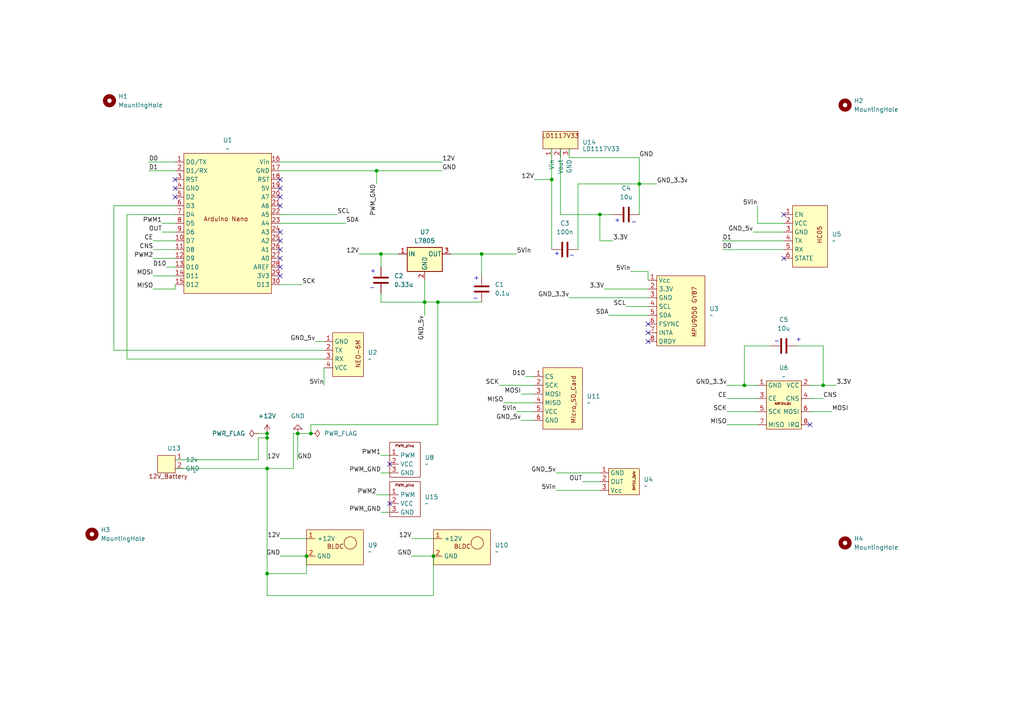
<source format=kicad_sch>
(kicad_sch (version 20231120) (generator "eeschema") (generator_version "8.0")
  (paper "A4")
  (lib_symbols
    (symbol "BLDC_Custom:BLDC_Custom"
      (property "Reference" "U" (at 0 0 0))
      (symbol "BLDC_Custom_1_1"
        (rectangle (start 0 6.35) (end 16.51 -3.81) (fill (type background)))
        (circle (center 12.7 2.54) (radius 1.7961))
        (text "BLDC" (at 8.382 1.524 0) (effects (font (size 1.27 1.27))))
        (pin bidirectional line (at 0 3.81 0) (length 2.54) (name "+12V") (number "1"))
        (pin bidirectional line (at 0 -1.27 0) (length 2.54) (name "GND") (number "2"))
      )
    )
    (symbol "Battery_12v:12v_battery"
      (property "Reference" "U" (at 0 0 0))
      (symbol "12v_battery_1_1"
        (rectangle (start -5.08 2.54) (end 0 -2.54) (fill (type background)))
        (text "12V_Battery" (at -2.032 -3.556 0) (effects (font (size 1.27 1.27))))
        (pin input line (at 0 1.27 0) (length 2.54) (name "12v") (number "1"))
        (pin input line (at 0 -1.27 0) (length 2.54) (name "GND") (number "2"))
      )
    )
    (symbol "DHT_3pin:DHT11_3pin"
      (property "Reference" "U" (at 0 0 0))
      (symbol "DHT11_3pin_1_1"
        (rectangle (start -5.08 2.54) (end 3.81 -5.08) (fill (type background)))
        (text "DHT11_3pin" (at 2.286 -1.016 900) (effects (font (size 0.635 0.635))))
        (pin bidirectional line (at -7.62 1.27 0) (length 2.54) (name "GND") (number "1"))
        (pin bidirectional line (at -7.62 -1.27 0) (length 2.54) (name "OUT") (number "2"))
        (pin bidirectional line (at -7.62 -3.81 0) (length 2.54) (name "Vcc") (number "3"))
      )
    )
    (symbol "Device:C" (pin_numbers hide) (pin_names (offset 0.254))
      (property "Reference" "C" (at 0.635 2.54 0))
      (property "Value" "C" (at 0.635 -2.54 0))
      (symbol "C_0_1"
        (polyline (pts (xy -2.032 -0.762) (xy 2.032 -0.762)) (stroke (width 0.508)))
        (polyline (pts (xy -2.032 0.762) (xy 2.032 0.762)) (stroke (width 0.508)))
      )
      (symbol "C_1_1"
        (pin passive line (at 0 3.81 270) (length 2.794) (name "~") (number "1"))
        (pin passive line (at 0 -3.81 90) (length 2.794) (name "~") (number "2"))
      )
    )
    (symbol "HC05:HC05"
      (property "Reference" "U" (at 0 0 0))
      (symbol "HC05_1_1"
        (rectangle (start 0 1.27) (end 10.16 -16.51) (fill (type background)))
        (text "HC05\n" (at 7.874 -7.112 900) (effects (font (size 1.27 1.27))))
        (pin bidirectional line (at -2.54 -1.27 0) (length 2.54) (name "EN") (number "1"))
        (pin bidirectional line (at -2.54 -3.81 0) (length 2.54) (name "VCC") (number "2"))
        (pin bidirectional line (at -2.54 -6.35 0) (length 2.54) (name "GND") (number "3"))
        (pin bidirectional line (at -2.54 -8.89 0) (length 2.54) (name "TX") (number "4"))
        (pin bidirectional line (at -2.54 -11.43 0) (length 2.54) (name "RX") (number "5"))
        (pin bidirectional line (at -2.54 -13.97 0) (length 2.54) (name "STATE") (number "6"))
      )
    )
    (symbol "LD117V33:LD1117V33"
      (property "Reference" "U" (at 0 0 0))
      (symbol "LD1117V33_1_1"
        (rectangle (start -3.81 5.08) (end 6.35 0) (fill (type background)))
        (text "LD1117V33\n" (at 1.27 3.81 0) (effects (font (size 1.27 1.27))))
        (pin bidirectional line (at -1.27 0 270) (length 2.54) (name "Vin") (number "1"))
        (pin bidirectional line (at 1.27 0 270) (length 2.54) (name "Vout") (number "2"))
        (pin bidirectional line (at 3.81 0 270) (length 2.54) (name "GND") (number "3"))
      )
    )
    (symbol "MPU9050:MPU9050"
      (property "Reference" "U" (at 0 0 0))
      (symbol "MPU9050_1_1"
        (rectangle (start 2.54 2.54) (end 16.51 -17.78) (fill (type background)))
        (text "MPU9050 GY87" (at 13.462 -7.874 900) (effects (font (size 1.27 1.27))))
        (pin bidirectional line (at 0 1.27 0) (length 2.54) (name "Vcc") (number "1"))
        (pin bidirectional line (at 0 -1.27 0) (length 2.54) (name "3.3V") (number "2"))
        (pin bidirectional line (at 0 -3.81 0) (length 2.54) (name "GND") (number "3"))
        (pin bidirectional line (at 0 -6.35 0) (length 2.54) (name "SCL") (number "4"))
        (pin bidirectional line (at 0 -8.89 0) (length 2.54) (name "SDA") (number "5"))
        (pin bidirectional line (at 0 -11.43 0) (length 2.54) (name "FSYNC") (number "6"))
        (pin bidirectional line (at 0 -13.97 0) (length 2.54) (name "INTA") (number "7"))
        (pin bidirectional line (at 0 -16.51 0) (length 2.54) (name "DRDY") (number "8"))
      )
    )
    (symbol "Mechanical:MountingHole" (pin_names (offset 1.016))
      (property "Reference" "H" (at 0 5.08 0))
      (property "Value" "MountingHole" (at 0 3.175 0))
      (symbol "MountingHole_0_1"
        (circle (center 0 0) (radius 1.27) (stroke (width 1.27)))
      )
    )
    (symbol "Micro_SD_Card_Arduino:Micro_SD_Card_Arduino"
      (property "Reference" "U" (at 0 0 0))
      (symbol "Micro_SD_Card_Arduino_1_1"
        (rectangle (start 2.54 3.81) (end 13.97 -13.97) (fill (type background)))
        (text "Micro_SD_Card" (at 11.43 -5.334 900) (effects (font (size 1.27 1.27))))
        (pin bidirectional line (at 0 1.27 0) (length 2.54) (name "CS") (number "1"))
        (pin bidirectional line (at 0 -1.27 0) (length 2.54) (name "SCK") (number "2"))
        (pin bidirectional line (at 0 -3.81 0) (length 2.54) (name "MOSI") (number "3"))
        (pin bidirectional line (at 0 -6.35 0) (length 2.54) (name "MISO") (number "4"))
        (pin bidirectional line (at 0 -8.89 0) (length 2.54) (name "VCC") (number "5"))
        (pin bidirectional line (at 0 -11.43 0) (length 2.54) (name "GND") (number "6"))
      )
    )
    (symbol "NEO_6M:NEO_6M"
      (property "Reference" "U" (at 0 0 0))
      (symbol "NEO_6M_1_1"
        (rectangle (start 2.54 3.81) (end 11.43 -8.89) (fill (type background)))
        (text "NEO-6M" (at 9.906 -2.286 900) (effects (font (size 1.27 1.27))))
        (pin bidirectional line (at 0 1.27 0) (length 2.54) (name "GND") (number "1"))
        (pin bidirectional line (at 0 -1.27 0) (length 2.54) (name "TX") (number "2"))
        (pin bidirectional line (at 0 -3.81 0) (length 2.54) (name "RX") (number "3"))
        (pin bidirectional line (at 0 -6.35 0) (length 2.54) (name "VCC") (number "4"))
      )
    )
    (symbol "NRF24L01_custom:NRF24L01_custom"
      (property "Reference" "U" (at 0 0 0))
      (symbol "NRF24L01_custom_1_1"
        (rectangle (start 1.27 2.54) (end 11.43 -11.43) (fill (type background)))
        (text "NRF24L01" (at 6.096 -4.064 0) (effects (font (size 0.635 0.635))))
        (pin bidirectional line (at -1.27 1.27 0) (length 2.54) (name "GND") (number "1"))
        (pin bidirectional line (at 13.97 1.27 180) (length 2.54) (name "VCC") (number "2"))
        (pin bidirectional line (at -1.27 -2.54 0) (length 2.54) (name "CE") (number "3"))
        (pin bidirectional line (at 13.97 -2.54 180) (length 2.54) (name "CNS") (number "4"))
        (pin bidirectional line (at -1.27 -6.35 0) (length 2.54) (name "SCK") (number "5"))
        (pin bidirectional line (at 13.97 -6.35 180) (length 2.54) (name "MOSI") (number "6"))
        (pin bidirectional line (at -1.27 -10.16 0) (length 2.54) (name "MISO") (number "7"))
        (pin bidirectional line (at 13.97 -10.16 180) (length 2.54) (name "IRQ") (number "8"))
      )
    )
    (symbol "PWM_Pins:PWM-3_Pins"
      (property "Reference" "U" (at 0 0 0))
      (symbol "PWM-3_Pins_0_1"
        (rectangle (start 0 11.43) (end 8.89 1.27))
      )
      (symbol "PWM-3_Pins_1_1"
        (text "PWM_pins\n" (at 4.318 10.414 0) (effects (font (size 0.762 0.762))))
        (pin bidirectional line (at 0 7.62 0) (length 2.54) (name "PWM") (number "1"))
        (pin bidirectional line (at 0 5.08 0) (length 2.54) (name "VCC") (number "2"))
        (pin bidirectional line (at 0 2.54 0) (length 2.54) (name "GND") (number "3"))
      )
    )
    (symbol "Regulator_Linear:L7805" (pin_names (offset 0.254))
      (property "Reference" "U" (at -3.81 3.175 0))
      (property "Value" "L7805" (at 0 3.175 0))
      (symbol "L7805_0_1"
        (rectangle (start -5.08 1.905) (end 5.08 -5.08) (stroke (width 0.254)) (fill (type background)))
      )
      (symbol "L7805_1_1"
        (pin power_in line (at -7.62 0 0) (length 2.54) (name "IN") (number "1"))
        (pin power_in line (at 0 -7.62 90) (length 2.54) (name "GND") (number "2"))
        (pin power_out line (at 7.62 0 180) (length 2.54) (name "OUT") (number "3"))
      )
    )
    (symbol "capstone_arduino_nano:Arduino_nano"
      (property "Reference" "U" (at 0 0 0))
      (symbol "Arduino_nano_1_1"
        (rectangle (start 0 6.35) (end 25.4 -34.29) (fill (type background)))
        (text "Arduino Nano\n" (at 12.192 -12.7 0) (effects (font (size 1.27 1.27))))
        (pin bidirectional line (at -2.54 3.81 0) (length 2.54) (name "D0/TX") (number "1"))
        (pin bidirectional line (at -2.54 -19.05 0) (length 2.54) (name "D7") (number "10"))
        (pin bidirectional line (at -2.54 -21.59 0) (length 2.54) (name "D8") (number "11"))
        (pin bidirectional line (at -2.54 -24.13 0) (length 2.54) (name "D9") (number "12"))
        (pin bidirectional line (at -2.54 -26.67 0) (length 2.54) (name "D10") (number "13"))
        (pin bidirectional line (at -2.54 -29.21 0) (length 2.54) (name "D11") (number "14"))
        (pin bidirectional line (at -2.54 -31.75 0) (length 2.54) (name "D12") (number "15"))
        (pin bidirectional line (at 27.94 3.81 180) (length 2.54) (name "Vin") (number "16"))
        (pin bidirectional line (at 27.94 1.27 180) (length 2.54) (name "GND") (number "17"))
        (pin bidirectional line (at 27.94 -1.27 180) (length 2.54) (name "RST") (number "18"))
        (pin bidirectional line (at 27.94 -3.81 180) (length 2.54) (name "5V") (number "19"))
        (pin bidirectional line (at -2.54 1.27 0) (length 2.54) (name "D1/RX") (number "2"))
        (pin bidirectional line (at 27.94 -6.35 180) (length 2.54) (name "A7") (number "20"))
        (pin bidirectional line (at 27.94 -8.89 180) (length 2.54) (name "A6") (number "21"))
        (pin bidirectional line (at 27.94 -11.43 180) (length 2.54) (name "A5") (number "22"))
        (pin bidirectional line (at 27.94 -13.97 180) (length 2.54) (name "A4") (number "23"))
        (pin bidirectional line (at 27.94 -16.51 180) (length 2.54) (name "A3") (number "24"))
        (pin bidirectional line (at 27.94 -19.05 180) (length 2.54) (name "A2") (number "25"))
        (pin bidirectional line (at 27.94 -21.59 180) (length 2.54) (name "A1") (number "26"))
        (pin bidirectional line (at 27.94 -24.13 180) (length 2.54) (name "A0") (number "27"))
        (pin bidirectional line (at 27.94 -26.67 180) (length 2.54) (name "AREF") (number "28"))
        (pin bidirectional line (at 27.94 -29.21 180) (length 2.54) (name "3V3") (number "29"))
        (pin bidirectional line (at -2.54 -1.27 0) (length 2.54) (name "RST") (number "3"))
        (pin bidirectional line (at 27.94 -31.75 180) (length 2.54) (name "D13") (number "30"))
        (pin bidirectional line (at -2.54 -3.81 0) (length 2.54) (name "GND") (number "4"))
        (pin bidirectional line (at -2.54 -6.35 0) (length 2.54) (name "D2") (number "5"))
        (pin bidirectional line (at -2.54 -8.89 0) (length 2.54) (name "D3") (number "6"))
        (pin bidirectional line (at -2.54 -11.43 0) (length 2.54) (name "D4") (number "7"))
        (pin bidirectional line (at -2.54 -13.97 0) (length 2.54) (name "D5") (number "8"))
        (pin bidirectional line (at -2.54 -16.51 0) (length 2.54) (name "D6") (number "9"))
      )
    )
    (symbol "power:+12V" (power) (pin_numbers hide) (pin_names (offset 0) hide)
      (property "Value" "+12V" (at 0 3.556 0))
      (symbol "+12V_0_1"
        (polyline (pts (xy -0.762 1.27) (xy 0 2.54)))
        (polyline (pts (xy 0 0) (xy 0 2.54)))
        (polyline (pts (xy 0 2.54) (xy 0.762 1.27)))
      )
      (symbol "+12V_1_1"
        (pin power_in line (at 0 0 90) (length 0) (name "~") (number "1"))
      )
    )
    (symbol "power:GND" (power) (pin_numbers hide) (pin_names (offset 0) hide)
      (property "Value" "GND" (at 0 -3.81 0))
      (symbol "GND_0_1"
        (polyline (pts (xy 0 0) (xy 0 -1.27) (xy 1.27 -1.27) (xy 0 -2.54) (xy -1.27 -1.27) (xy 0 -1.27)))
      )
      (symbol "GND_1_1"
        (pin power_in line (at 0 0 270) (length 0) (name "~") (number "1"))
      )
    )
    (symbol "power:PWR_FLAG" (power) (pin_numbers hide) (pin_names (offset 0) hide)
      (property "Value" "PWR_FLAG" (at 0 3.81 0))
      (symbol "PWR_FLAG_0_0"
        (pin power_out line (at 0 0 90) (length 0) (name "~") (number "1"))
      )
      (symbol "PWR_FLAG_0_1"
        (polyline (pts (xy 0 0) (xy 0 1.27) (xy -1.016 1.905) (xy 0 2.54) (xy 1.016 1.905) (xy 0 1.27)))
      )
    )
  )
  (junction (at 90.17 125.73))
  (junction (at 160.02 52.07))
  (junction (at 109.22 49.53))
  (junction (at 238.76 111.76))
  (junction (at 139.7 73.66))
  (junction (at 77.47 127))
  (junction (at 77.47 135.89))
  (junction (at 173.99 62.23))
  (junction (at 77.47 125.73))
  (junction (at 215.9 111.76))
  (junction (at 86.36 125.73))
  (junction (at 123.19 87.63))
  (junction (at 185.42 53.34))
  (junction (at 125.73 161.29))
  (junction (at 77.47 166.37))
  (junction (at 88.9 161.29))
  (junction (at 127 87.63))
  (junction (at 110.49 73.66))
  (no_connect (at 187.96 93.98))
  (no_connect (at 50.8 57.15))
  (no_connect (at 187.96 99.06))
  (no_connect (at 50.8 52.07))
  (no_connect (at 81.28 69.85))
  (no_connect (at 227.33 62.23))
  (no_connect (at 81.28 67.31))
  (no_connect (at 81.28 74.93))
  (no_connect (at 187.96 96.52))
  (no_connect (at 81.28 54.61))
  (no_connect (at 81.28 80.01))
  (no_connect (at 81.28 77.47))
  (no_connect (at 50.8 54.61))
  (no_connect (at 81.28 59.69))
  (no_connect (at 81.28 72.39))
  (no_connect (at 234.95 123.19))
  (no_connect (at 81.28 52.07))
  (no_connect (at 227.33 74.93))
  (no_connect (at 113.03 134.62))
  (no_connect (at 81.28 57.15))
  (no_connect (at 113.03 146.05))
  (wire (pts (xy 231.14 100.33) (xy 238.76 100.33)))
  (wire (pts (xy 74.93 127) (xy 77.47 127)))
  (wire (pts (xy 88.9 161.29) (xy 88.9 166.37)))
  (wire (pts (xy 77.47 125.73) (xy 77.47 127)))
  (wire (pts (xy 44.45 74.93) (xy 50.8 74.93)))
  (wire (pts (xy 74.93 125.73) (xy 77.47 125.73)))
  (wire (pts (xy 151.13 114.3) (xy 154.94 114.3)))
  (wire (pts (xy 43.18 49.53) (xy 50.8 49.53)))
  (wire (pts (xy 46.99 67.31) (xy 50.8 67.31)))
  (wire (pts (xy 238.76 100.33) (xy 238.76 111.76)))
  (wire (pts (xy 175.26 83.82) (xy 187.96 83.82)))
  (wire (pts (xy 176.53 91.44) (xy 187.96 91.44)))
  (wire (pts (xy 209.55 72.39) (xy 227.33 72.39)))
  (wire (pts (xy 167.64 53.34) (xy 185.42 53.34)))
  (wire (pts (xy 127 87.63) (xy 139.7 87.63)))
  (wire (pts (xy 74.93 133.35) (xy 74.93 127)))
  (wire (pts (xy 160.02 52.07) (xy 160.02 43.18)))
  (wire (pts (xy 109.22 143.51) (xy 113.03 143.51)))
  (wire (pts (xy 234.95 119.38) (xy 241.3 119.38)))
  (wire (pts (xy 165.1 45.72) (xy 165.1 43.18)))
  (wire (pts (xy 36.83 104.14) (xy 36.83 62.23)))
  (wire (pts (xy 46.99 64.77) (xy 50.8 64.77)))
  (wire (pts (xy 185.42 45.72) (xy 165.1 45.72)))
  (wire (pts (xy 215.9 111.76) (xy 219.71 111.76)))
  (wire (pts (xy 168.91 139.7) (xy 173.99 139.7)))
  (wire (pts (xy 151.13 121.92) (xy 154.94 121.92)))
  (wire (pts (xy 36.83 62.23) (xy 50.8 62.23)))
  (wire (pts (xy 44.45 83.82) (xy 50.8 83.82)))
  (wire (pts (xy 125.73 161.29) (xy 125.73 172.72)))
  (wire (pts (xy 90.17 123.19) (xy 127 123.19)))
  (wire (pts (xy 215.9 100.33) (xy 215.9 111.76)))
  (wire (pts (xy 123.19 87.63) (xy 123.19 81.28)))
  (wire (pts (xy 219.71 59.69) (xy 219.71 64.77)))
  (wire (pts (xy 43.18 46.99) (xy 50.8 46.99)))
  (wire (pts (xy 93.98 111.76) (xy 93.98 106.68)))
  (wire (pts (xy 123.19 87.63) (xy 127 87.63)))
  (wire (pts (xy 177.8 69.85) (xy 173.99 69.85)))
  (wire (pts (xy 125.73 172.72) (xy 77.47 172.72)))
  (wire (pts (xy 234.95 111.76) (xy 238.76 111.76)))
  (wire (pts (xy 93.98 101.6) (xy 33.02 101.6)))
  (wire (pts (xy 81.28 82.55) (xy 87.63 82.55)))
  (wire (pts (xy 185.42 53.34) (xy 190.5 53.34)))
  (wire (pts (xy 50.8 83.82) (xy 50.8 82.55)))
  (wire (pts (xy 130.81 73.66) (xy 139.7 73.66)))
  (wire (pts (xy 234.95 115.57) (xy 238.76 115.57)))
  (wire (pts (xy 50.8 135.89) (xy 77.47 135.89)))
  (wire (pts (xy 185.42 53.34) (xy 185.42 45.72)))
  (wire (pts (xy 81.28 62.23) (xy 97.79 62.23)))
  (wire (pts (xy 86.36 125.73) (xy 90.17 125.73)))
  (wire (pts (xy 123.19 91.44) (xy 123.19 87.63)))
  (wire (pts (xy 219.71 64.77) (xy 227.33 64.77)))
  (wire (pts (xy 167.64 72.39) (xy 167.64 53.34)))
  (wire (pts (xy 33.02 101.6) (xy 33.02 59.69)))
  (wire (pts (xy 110.49 73.66) (xy 110.49 77.47)))
  (wire (pts (xy 187.96 78.74) (xy 187.96 81.28)))
  (wire (pts (xy 77.47 166.37) (xy 77.47 135.89)))
  (wire (pts (xy 149.86 73.66) (xy 139.7 73.66)))
  (wire (pts (xy 85.09 135.89) (xy 85.09 125.73)))
  (wire (pts (xy 81.28 64.77) (xy 100.33 64.77)))
  (wire (pts (xy 110.49 87.63) (xy 110.49 85.09)))
  (wire (pts (xy 238.76 111.76) (xy 242.57 111.76)))
  (wire (pts (xy 110.49 137.16) (xy 113.03 137.16)))
  (wire (pts (xy 77.47 127) (xy 77.47 133.35)))
  (wire (pts (xy 85.09 125.73) (xy 86.36 125.73)))
  (wire (pts (xy 110.49 132.08) (xy 113.03 132.08)))
  (wire (pts (xy 173.99 62.23) (xy 177.8 62.23)))
  (wire (pts (xy 210.82 123.19) (xy 219.71 123.19)))
  (wire (pts (xy 81.28 156.21) (xy 88.9 156.21)))
  (wire (pts (xy 154.94 52.07) (xy 160.02 52.07)))
  (wire (pts (xy 146.05 116.84) (xy 154.94 116.84)))
  (wire (pts (xy 162.56 62.23) (xy 173.99 62.23)))
  (wire (pts (xy 149.86 119.38) (xy 154.94 119.38)))
  (wire (pts (xy 109.22 49.53) (xy 109.22 53.34)))
  (wire (pts (xy 210.82 111.76) (xy 215.9 111.76)))
  (wire (pts (xy 86.36 125.73) (xy 86.36 133.35)))
  (wire (pts (xy 81.28 46.99) (xy 128.27 46.99)))
  (wire (pts (xy 181.61 88.9) (xy 187.96 88.9)))
  (wire (pts (xy 77.47 135.89) (xy 85.09 135.89)))
  (wire (pts (xy 123.19 87.63) (xy 110.49 87.63)))
  (wire (pts (xy 44.45 69.85) (xy 50.8 69.85)))
  (wire (pts (xy 90.17 123.19) (xy 90.17 125.73)))
  (wire (pts (xy 44.45 80.01) (xy 50.8 80.01)))
  (wire (pts (xy 77.47 172.72) (xy 77.47 166.37)))
  (wire (pts (xy 110.49 73.66) (xy 115.57 73.66)))
  (wire (pts (xy 48.26 77.47) (xy 50.8 77.47)))
  (wire (pts (xy 139.7 73.66) (xy 139.7 80.01)))
  (wire (pts (xy 144.78 111.76) (xy 154.94 111.76)))
  (wire (pts (xy 152.4 109.22) (xy 154.94 109.22)))
  (wire (pts (xy 173.99 62.23) (xy 173.99 69.85)))
  (wire (pts (xy 93.98 99.06) (xy 91.44 99.06)))
  (wire (pts (xy 44.45 72.39) (xy 50.8 72.39)))
  (wire (pts (xy 165.1 86.36) (xy 187.96 86.36)))
  (wire (pts (xy 185.42 53.34) (xy 185.42 62.23)))
  (wire (pts (xy 210.82 115.57) (xy 219.71 115.57)))
  (wire (pts (xy 33.02 59.69) (xy 50.8 59.69)))
  (wire (pts (xy 110.49 148.59) (xy 113.03 148.59)))
  (wire (pts (xy 161.29 137.16) (xy 173.99 137.16)))
  (wire (pts (xy 127 87.63) (xy 127 123.19)))
  (wire (pts (xy 210.82 119.38) (xy 219.71 119.38)))
  (wire (pts (xy 182.88 78.74) (xy 187.96 78.74)))
  (wire (pts (xy 50.8 133.35) (xy 74.93 133.35)))
  (wire (pts (xy 209.55 69.85) (xy 227.33 69.85)))
  (wire (pts (xy 109.22 49.53) (xy 128.27 49.53)))
  (wire (pts (xy 119.38 161.29) (xy 125.73 161.29)))
  (wire (pts (xy 218.44 67.31) (xy 227.33 67.31)))
  (wire (pts (xy 93.98 104.14) (xy 36.83 104.14)))
  (wire (pts (xy 119.38 156.21) (xy 125.73 156.21)))
  (wire (pts (xy 162.56 43.18) (xy 162.56 62.23)))
  (wire (pts (xy 88.9 166.37) (xy 77.47 166.37)))
  (wire (pts (xy 104.14 73.66) (xy 110.49 73.66)))
  (wire (pts (xy 161.29 142.24) (xy 173.99 142.24)))
  (wire (pts (xy 81.28 49.53) (xy 109.22 49.53)))
  (wire (pts (xy 223.52 100.33) (xy 215.9 100.33)))
  (wire (pts (xy 160.02 72.39) (xy 160.02 52.07)))
  (wire (pts (xy 81.28 161.29) (xy 88.9 161.29)))
  (text "+" (at 161.544 73.66 0) (effects (font (size 1.27 1.27))))
  (text "-" (at 225.298 99.06 0) (effects (font (size 1.27 1.27))))
  (text "+" (at 138.176 80.772 0) (effects (font (size 1.27 1.27))))
  (text "+" (at 179.07 64.008 0) (effects (font (size 1.27 1.27))))
  (text "+" (at 231.648 98.552 0) (effects (font (size 1.27 1.27))))
  (text "-" (at 165.862 74.168 0) (effects (font (size 1.27 1.27))))
  (text "-" (at 183.896 64.516 0) (effects (font (size 1.27 1.27))))
  (text "+" (at 108.204 78.74 0) (effects (font (size 1.27 1.27))))
  (text "-" (at 107.95 83.566 0) (effects (font (size 1.27 1.27))))
  (text "-" (at 137.922 86.614 0) (effects (font (size 1.27 1.27))))
  (label "GND_5v" (at 91.44 99.06 180))
  (label "3.3V" (at 175.26 83.82 180))
  (label "SCK" (at 210.82 119.38 180))
  (label "CE" (at 210.82 115.57 180))
  (label "MISO" (at 44.45 83.82 180))
  (label "CNS" (at 238.76 115.57 0))
  (label "PWM1" (at 110.49 132.08 180))
  (label "PWM_GND" (at 110.49 148.59 180))
  (label "5Vin" (at 149.86 73.66 0))
  (label "GND_3.3v" (at 210.82 111.76 180))
  (label "MOSI" (at 44.45 80.01 180))
  (label "D10" (at 152.4 109.22 180))
  (label "3.3V" (at 177.8 69.85 0))
  (label "CE" (at 44.45 69.85 180))
  (label "GND_5v" (at 151.13 121.92 180))
  (label "5Vin" (at 161.29 142.24 180))
  (label "12V" (at 104.14 73.66 180))
  (label "OUT" (at 46.99 67.31 180))
  (label "12V" (at 81.28 156.21 180))
  (label "MISO" (at 210.82 123.19 180))
  (label "MOSI" (at 151.13 114.3 180))
  (label "D10" (at 48.26 77.47 180))
  (label "D0" (at 43.18 46.99 0))
  (label "12V" (at 154.94 52.07 180))
  (label "D1" (at 43.18 49.53 0))
  (label "GND_5v" (at 123.19 91.44 270))
  (label "GND" (at 86.36 133.35 0))
  (label "SCL" (at 181.61 88.9 180))
  (label "SDA" (at 176.53 91.44 180))
  (label "OUT" (at 168.91 139.7 180))
  (label "D1" (at 209.55 69.85 0))
  (label "MISO" (at 146.05 116.84 180))
  (label "3.3V" (at 242.57 111.76 0))
  (label "GND_3.3v" (at 190.5 53.34 0))
  (label "SDA" (at 100.33 64.77 0))
  (label "12V" (at 128.27 46.99 0))
  (label "12V" (at 119.38 156.21 180))
  (label "SCK" (at 87.63 82.55 0))
  (label "D0" (at 209.55 72.39 0))
  (label "PWM_GND" (at 110.49 137.16 180))
  (label "SCK" (at 144.78 111.76 180))
  (label "5Vin" (at 182.88 78.74 180))
  (label "5Vin" (at 219.71 59.69 180))
  (label "GND" (at 185.42 45.72 0))
  (label "MOSI" (at 241.3 119.38 0))
  (label "GND" (at 119.38 161.29 180))
  (label "PWM1" (at 46.99 64.77 180))
  (label "CNS" (at 44.45 72.39 180))
  (label "GND_5v" (at 218.44 67.31 180))
  (label "GND_5v" (at 161.29 137.16 180))
  (label "GND" (at 128.27 49.53 0))
  (label "SCL" (at 97.79 62.23 0))
  (label "5Vin" (at 149.86 119.38 180))
  (label "12V" (at 77.47 133.35 0))
  (label "5Vin" (at 93.98 111.76 180))
  (label "PWM2" (at 44.45 74.93 180))
  (label "PWM2" (at 109.22 143.51 180))
  (label "PWM_GND" (at 109.22 53.34 270))
  (label "GND_3.3v" (at 165.1 86.36 180))
  (label "GND" (at 81.28 161.29 180))
  (symbol (lib_id "MPU9050:MPU9050") (at 187.96 82.55 0) (unit 1)
    (property "Reference" "U3" (at 205.74 89.5349 0) (effects (justify left)))
    (property "Value" "~" (at 205.74 91.44 0) (effects (justify left)))
    (property "Footprint" "MPU9050:MPU9050" (effects (hide yes)))
  )
  (symbol (lib_id "power:GND") (at 86.36 125.73 180) (unit 1)
    (property "Reference" "#PWR03" (effects (hide yes)))
    (property "Value" "GND" (at 86.36 120.65 0))
    (property "Description" "Power symbol creates a global label with name \"GND\" , ground" (effects (hide yes)))
  )
  (symbol (lib_id "Mechanical:MountingHole") (at 31.75 29.21 0) (unit 1)
    (property "Reference" "H1" (at 34.29 27.9399 0) (effects (justify left)))
    (property "Value" "MountingHole" (at 34.29 30.4799 0) (effects (justify left)))
    (property "Footprint" "MountingHole:MountingHole_3.2mm_M3" (effects (hide yes)))
    (property "Description" "Mounting Hole without connection" (effects (hide yes)))
  )
  (symbol (lib_id "PWM_Pins:PWM-3_Pins") (at 113.03 139.7 0) (unit 1)
    (property "Reference" "U8" (at 123.19 132.7149 0) (effects (justify left)))
    (property "Value" "~" (at 123.19 134.62 0) (effects (justify left)))
    (property "Footprint" "PWM_Pins:PWM_Pins_Through_Hole" (effects (hide yes)))
  )
  (symbol (lib_id "Device:C") (at 139.7 83.82 0) (unit 1)
    (property "Reference" "C1" (at 143.51 82.5499 0) (effects (justify left)))
    (property "Value" "0.1u" (at 143.51 85.0899 0) (effects (justify left)))
    (property "Footprint" "Capacitor_THT:CP_Radial_D5.0mm_P2.50mm" (effects (hide yes)))
    (property "Description" "Unpolarized capacitor" (effects (hide yes)))
  )
  (symbol (lib_id "power:PWR_FLAG") (at 90.17 125.73 270) (unit 1)
    (property "Reference" "#FLG02" (effects (hide yes)))
    (property "Value" "PWR_FLAG" (at 93.98 125.7299 90) (effects (justify left)))
    (property "Description" "Special symbol for telling ERC where power comes from" (effects (hide yes)))
  )
  (symbol (lib_id "BLDC_Custom:BLDC_Custom") (at 125.73 160.02 0) (unit 1)
    (property "Reference" "U10" (at 143.51 158.1149 0) (effects (justify left)))
    (property "Value" "~" (at 143.51 160.02 0) (effects (justify left)))
    (property "Footprint" "BLDC_temoprary_pad:BLDC_temporary_pad" (effects (hide yes)))
  )
  (symbol (lib_id "Mechanical:MountingHole") (at 26.67 154.94 0) (unit 1)
    (property "Reference" "H3" (at 29.21 153.6699 0) (effects (justify left)))
    (property "Value" "MountingHole" (at 29.21 156.2099 0) (effects (justify left)))
    (property "Footprint" "MountingHole:MountingHole_3.2mm_M3" (effects (hide yes)))
    (property "Description" "Mounting Hole without connection" (effects (hide yes)))
  )
  (symbol (lib_id "Battery_12v:12v_battery") (at 50.8 134.62 0) (unit 1)
    (property "Reference" "U13" (at 48.514 130.048 0) (effects (justify left)))
    (property "Value" "~" (at 55.88 136.9088 0) (effects (justify left)))
    (property "Footprint" "Battery_12V:12V_Battery" (effects (hide yes)))
  )
  (symbol (lib_id "Regulator_Linear:L7805") (at 123.19 73.66 0) (unit 1)
    (property "Reference" "U7" (at 123.19 67.31 0))
    (property "Value" "L7805" (at 123.19 69.85 0))
    (property "Footprint" "L7805_custom:L7805" (effects (hide yes)))
    (property "Datasheet" "http://www.st.com/content/ccc/resource/technical/document/datasheet/41/4f/b3/b0/12/d4/47/88/CD00000444.pdf/files/CD00000444.pdf/jcr:content/translations/en.CD00000444.pdf" (effects (hide yes)))
    (property "Description" "Positive 1.5A 35V Linear Regulator, Fixed Output 5V, TO-220/TO-263/TO-252" (effects (hide yes)))
  )
  (symbol (lib_id "PWM_Pins:PWM-3_Pins") (at 113.03 151.13 0) (unit 1)
    (property "Reference" "U15" (at 123.19 144.1449 0) (effects (justify left)))
    (property "Value" "~" (at 123.19 146.05 0) (effects (justify left)))
    (property "Footprint" "PWM_Pins:PWM_Pins_Through_Hole" (effects (hide yes)))
  )
  (symbol (lib_id "Device:C") (at 181.61 62.23 90) (unit 1)
    (property "Reference" "C4" (at 181.61 54.61 90))
    (property "Value" "10u" (at 181.61 57.15 90))
    (property "Footprint" "Capacitor_THT:CP_Radial_D5.0mm_P2.50mm" (effects (hide yes)))
    (property "Description" "Unpolarized capacitor" (effects (hide yes)))
  )
  (symbol (lib_id "NRF24L01_custom:NRF24L01_custom") (at 220.98 113.03 0) (unit 1)
    (property "Reference" "U6" (at 227.33 106.68 0))
    (property "Value" "~" (at 227.33 109.22 0))
    (property "Footprint" "NRF24L01_custom:NRF24L01_custom" (effects (hide yes)))
  )
  (symbol (lib_id "power:+12V") (at 77.47 125.73 0) (unit 1)
    (property "Reference" "#PWR01" (effects (hide yes)))
    (property "Value" "+12V" (at 77.47 120.65 0))
    (property "Description" "Power symbol creates a global label with name \"+12V\"" (effects (hide yes)))
  )
  (symbol (lib_id "capstone_arduino_nano:Arduino_nano") (at 53.34 50.8 0) (unit 1)
    (property "Reference" "U1" (at 66.04 40.64 0))
    (property "Value" "~" (at 66.04 43.18 0))
    (property "Footprint" "Capstone_Arduino:capstone_arduino" (effects (hide yes)))
  )
  (symbol (lib_id "NEO_6M:NEO_6M") (at 93.98 100.33 0) (unit 1)
    (property "Reference" "U2" (at 106.68 102.2349 0) (effects (justify left)))
    (property "Value" "~" (at 106.68 104.14 0) (effects (justify left)))
    (property "Footprint" "NEO_6M:NEO_6M" (effects (hide yes)))
  )
  (symbol (lib_id "Mechanical:MountingHole") (at 245.11 30.48 0) (unit 1)
    (property "Reference" "H2" (at 247.65 29.2099 0) (effects (justify left)))
    (property "Value" "MountingHole" (at 247.65 31.7499 0) (effects (justify left)))
    (property "Footprint" "MountingHole:MountingHole_3.2mm_M3" (effects (hide yes)))
    (property "Description" "Mounting Hole without connection" (effects (hide yes)))
  )
  (symbol (lib_id "LD117V33:LD1117V33") (at 161.29 43.18 0) (unit 1)
    (property "Reference" "U14" (at 168.91 41.2749 0) (effects (justify left)))
    (property "Value" "LD1117V33" (at 168.91 43.18 0) (effects (justify left)))
    (property "Footprint" "LD117V33:LD117V33" (effects (hide yes)))
    (property "Datasheet" "https://www.st.com/resource/en/datasheet/ld1117.pdf" (effects (hide yes)))
    (property "Description" "LD1117V33_3.3V_Regulator" (effects (hide yes)))
  )
  (symbol (lib_id "HC05:HC05") (at 229.87 60.96 0) (unit 1)
    (property "Reference" "U5" (at 241.3 67.9449 0) (effects (justify left)))
    (property "Value" "~" (at 241.3 69.85 0) (effects (justify left)))
    (property "Footprint" "HC05_foot:HC05" (effects (hide yes)))
  )
  (symbol (lib_id "DHT_3pin:DHT11_3pin") (at 181.61 138.43 0) (unit 1)
    (property "Reference" "U4" (at 186.69 139.0649 0) (effects (justify left)))
    (property "Value" "~" (at 186.69 140.97 0) (effects (justify left)))
    (property "Footprint" "DHT11_3pin:DHT11_3pin" (effects (hide yes)))
  )
  (symbol (lib_id "BLDC_Custom:BLDC_Custom") (at 88.9 160.02 0) (unit 1)
    (property "Reference" "U9" (at 106.68 158.1149 0) (effects (justify left)))
    (property "Value" "~" (at 106.68 160.02 0) (effects (justify left)))
    (property "Footprint" "BLDC_temoprary_pad:BLDC_temporary_pad" (effects (hide yes)))
  )
  (symbol (lib_id "Device:C") (at 110.49 81.28 0) (unit 1)
    (property "Reference" "C2" (at 114.3 80.0099 0) (effects (justify left)))
    (property "Value" "0.33u" (at 114.3 82.5499 0) (effects (justify left)))
    (property "Footprint" "Capacitor_THT:CP_Radial_D5.0mm_P2.50mm" (effects (hide yes)))
    (property "Description" "Unpolarized capacitor" (effects (hide yes)))
  )
  (symbol (lib_id "Micro_SD_Card_Arduino:Micro_SD_Card_Arduino") (at 154.94 110.49 0) (unit 1)
    (property "Reference" "U11" (at 170.18 114.9349 0) (effects (justify left)))
    (property "Value" "~" (at 170.18 116.84 0) (effects (justify left)))
    (property "Footprint" "Micro_SD_Card_Arduino:Micro_SD_Card_Arduino" (effects (hide yes)))
  )
  (symbol (lib_id "power:PWR_FLAG") (at 74.93 125.73 90) (unit 1)
    (property "Reference" "#FLG01" (effects (hide yes)))
    (property "Value" "PWR_FLAG" (at 71.12 125.7299 90) (effects (justify left)))
    (property "Description" "Special symbol for telling ERC where power comes from" (effects (hide yes)))
  )
  (symbol (lib_id "Mechanical:MountingHole") (at 245.11 157.48 0) (unit 1)
    (property "Reference" "H4" (at 247.65 156.2099 0) (effects (justify left)))
    (property "Value" "MountingHole" (at 247.65 158.7499 0) (effects (justify left)))
    (property "Footprint" "MountingHole:MountingHole_3.2mm_M3" (effects (hide yes)))
    (property "Description" "Mounting Hole without connection" (effects (hide yes)))
  )
  (symbol (lib_id "Device:C") (at 163.83 72.39 90) (unit 1)
    (property "Reference" "C3" (at 163.83 64.77 90))
    (property "Value" "100n" (at 163.83 67.31 90))
    (property "Footprint" "Capacitor_THT:CP_Radial_D5.0mm_P2.50mm" (effects (hide yes)))
    (property "Description" "Unpolarized capacitor" (effects (hide yes)))
  )
  (symbol (lib_id "Device:C") (at 227.33 100.33 270) (unit 1)
    (property "Reference" "C5" (at 227.33 92.71 90))
    (property "Value" "10u" (at 227.33 95.25 90))
    (property "Footprint" "Capacitor_THT:CP_Radial_D5.0mm_P2.50mm" (effects (hide yes)))
    (property "Description" "Unpolarized capacitor" (effects (hide yes)))
  )
)
</source>
